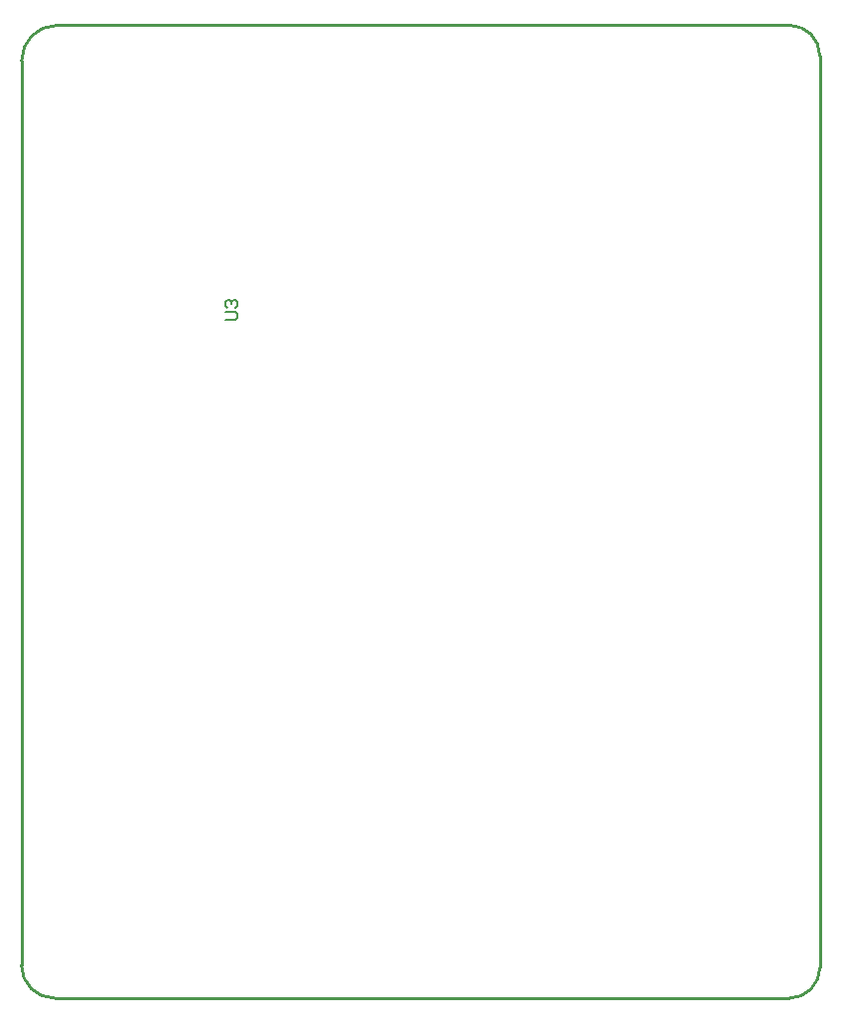
<source format=gm1>
G04*
G04 #@! TF.GenerationSoftware,Altium Limited,Altium Designer,22.1.2 (22)*
G04*
G04 Layer_Color=16711935*
%FSLAX25Y25*%
%MOIN*%
G70*
G04*
G04 #@! TF.SameCoordinates,46FB2184-AB63-4EF3-BAF8-E11F062B861E*
G04*
G04*
G04 #@! TF.FilePolarity,Positive*
G04*
G01*
G75*
%ADD14C,0.01000*%
%ADD50C,0.00700*%
D14*
X368257Y100500D02*
G03*
X378500Y110743I0J10243D01*
G01*
X122399Y427000D02*
G03*
X110500Y415101I0J-11899D01*
G01*
X378500Y416817D02*
G03*
X368317Y427000I-10183J0D01*
G01*
X110500Y111472D02*
G03*
X121472Y100500I10972J0D01*
G01*
X378500Y110743D02*
Y121500D01*
X121472Y100500D02*
X368257Y100500D01*
X378500Y416817D02*
X378500Y280000D01*
Y252500D02*
Y280000D01*
Y225000D02*
Y252500D01*
Y190000D02*
Y225000D01*
Y161000D02*
Y190000D01*
Y121500D02*
Y161000D01*
X110500Y111472D02*
Y415101D01*
X122399Y427000D02*
X368317D01*
D50*
X179001Y328000D02*
X182334D01*
X183000Y328666D01*
Y329999D01*
X182334Y330666D01*
X179001D01*
X179668Y331999D02*
X179001Y332665D01*
Y333998D01*
X179668Y334665D01*
X180334D01*
X181001Y333998D01*
Y333332D01*
Y333998D01*
X181667Y334665D01*
X182334D01*
X183000Y333998D01*
Y332665D01*
X182334Y331999D01*
M02*

</source>
